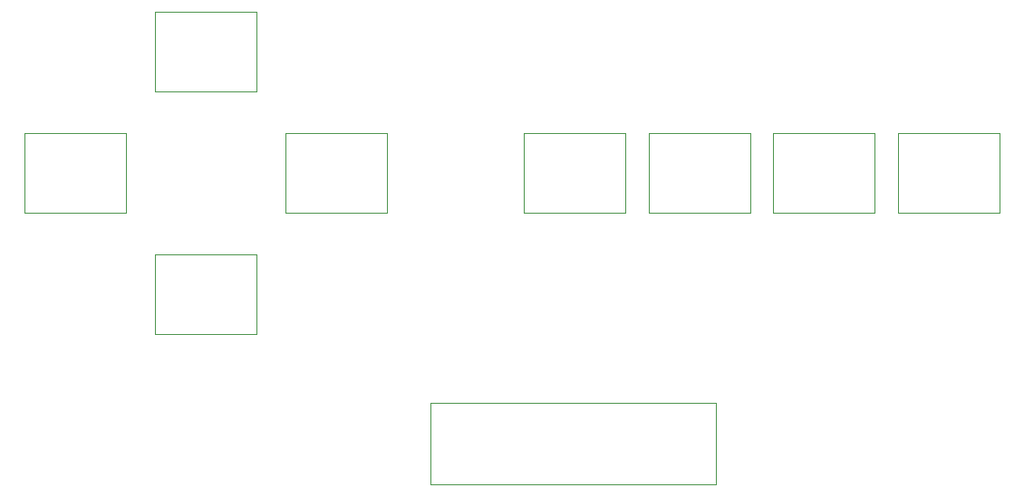
<source format=gbr>
%TF.GenerationSoftware,KiCad,Pcbnew,5.1.4-3.fc30*%
%TF.CreationDate,2019-10-13T17:18:47+02:00*%
%TF.ProjectId,keyboard_lab1,6b657962-6f61-4726-945f-6c6162312e6b,1.0*%
%TF.SameCoordinates,Original*%
%TF.FileFunction,Other,User*%
%FSLAX46Y46*%
G04 Gerber Fmt 4.6, Leading zero omitted, Abs format (unit mm)*
G04 Created by KiCad (PCBNEW 5.1.4-3.fc30) date 2019-10-13 17:18:47*
%MOMM*%
%LPD*%
G04 APERTURE LIST*
%ADD10C,0.120000*%
%ADD11C,0.050000*%
G04 APERTURE END LIST*
D10*
%TO.C,J1*%
X117112000Y-115583000D02*
X143782000Y-115583000D01*
X117112000Y-123203000D02*
X117112000Y-115583000D01*
X143782000Y-123203000D02*
X117112000Y-123203000D01*
X143782000Y-115583000D02*
X143782000Y-123203000D01*
D11*
%TO.C,SW1*%
X135073000Y-97814600D02*
X135323000Y-97814600D01*
X135323000Y-97814600D02*
X135323000Y-97564600D01*
X135073000Y-90314600D02*
X135323000Y-90314600D01*
X135323000Y-90314600D02*
X135323000Y-90564600D01*
X125823000Y-90564600D02*
X125823000Y-90314600D01*
X125823000Y-90314600D02*
X126073000Y-90314600D01*
X125823000Y-97564600D02*
X125823000Y-97814600D01*
X125823000Y-97814600D02*
X126073000Y-97814600D01*
X126073000Y-90314600D02*
X135073000Y-90314600D01*
X125823000Y-97564600D02*
X125823000Y-90564600D01*
X135073000Y-97814600D02*
X126073000Y-97814600D01*
X135323000Y-90564600D02*
X135323000Y-97564600D01*
%TO.C,SW2*%
X146979000Y-90564600D02*
X146979000Y-97564600D01*
X146729000Y-97814600D02*
X137729000Y-97814600D01*
X137479000Y-97564600D02*
X137479000Y-90564600D01*
X137729000Y-90314600D02*
X146729000Y-90314600D01*
X137479000Y-97814600D02*
X137729000Y-97814600D01*
X137479000Y-97564600D02*
X137479000Y-97814600D01*
X137479000Y-90314600D02*
X137729000Y-90314600D01*
X137479000Y-90564600D02*
X137479000Y-90314600D01*
X146979000Y-90314600D02*
X146979000Y-90564600D01*
X146729000Y-90314600D02*
X146979000Y-90314600D01*
X146979000Y-97814600D02*
X146979000Y-97564600D01*
X146729000Y-97814600D02*
X146979000Y-97814600D01*
%TO.C,SW3*%
X158386000Y-97814600D02*
X158636000Y-97814600D01*
X158636000Y-97814600D02*
X158636000Y-97564600D01*
X158386000Y-90314600D02*
X158636000Y-90314600D01*
X158636000Y-90314600D02*
X158636000Y-90564600D01*
X149136000Y-90564600D02*
X149136000Y-90314600D01*
X149136000Y-90314600D02*
X149386000Y-90314600D01*
X149136000Y-97564600D02*
X149136000Y-97814600D01*
X149136000Y-97814600D02*
X149386000Y-97814600D01*
X149386000Y-90314600D02*
X158386000Y-90314600D01*
X149136000Y-97564600D02*
X149136000Y-90564600D01*
X158386000Y-97814600D02*
X149386000Y-97814600D01*
X158636000Y-90564600D02*
X158636000Y-97564600D01*
%TO.C,SW4*%
X170293000Y-90564600D02*
X170293000Y-97564600D01*
X170043000Y-97814600D02*
X161043000Y-97814600D01*
X160793000Y-97564600D02*
X160793000Y-90564600D01*
X161043000Y-90314600D02*
X170043000Y-90314600D01*
X160793000Y-97814600D02*
X161043000Y-97814600D01*
X160793000Y-97564600D02*
X160793000Y-97814600D01*
X160793000Y-90314600D02*
X161043000Y-90314600D01*
X160793000Y-90564600D02*
X160793000Y-90314600D01*
X170293000Y-90314600D02*
X170293000Y-90564600D01*
X170043000Y-90314600D02*
X170293000Y-90314600D01*
X170293000Y-97814600D02*
X170293000Y-97564600D01*
X170043000Y-97814600D02*
X170293000Y-97814600D01*
%TO.C,SW5*%
X88451000Y-97814600D02*
X88701000Y-97814600D01*
X88701000Y-97814600D02*
X88701000Y-97564600D01*
X88451000Y-90314600D02*
X88701000Y-90314600D01*
X88701000Y-90314600D02*
X88701000Y-90564600D01*
X79201000Y-90564600D02*
X79201000Y-90314600D01*
X79201000Y-90314600D02*
X79451000Y-90314600D01*
X79201000Y-97564600D02*
X79201000Y-97814600D01*
X79201000Y-97814600D02*
X79451000Y-97814600D01*
X79451000Y-90314600D02*
X88451000Y-90314600D01*
X79201000Y-97564600D02*
X79201000Y-90564600D01*
X88451000Y-97814600D02*
X79451000Y-97814600D01*
X88701000Y-90564600D02*
X88701000Y-97564600D01*
%TO.C,SW6*%
X113026000Y-90564600D02*
X113026000Y-97564600D01*
X112776000Y-97814600D02*
X103776000Y-97814600D01*
X103526000Y-97564600D02*
X103526000Y-90564600D01*
X103776000Y-90314600D02*
X112776000Y-90314600D01*
X103526000Y-97814600D02*
X103776000Y-97814600D01*
X103526000Y-97564600D02*
X103526000Y-97814600D01*
X103526000Y-90314600D02*
X103776000Y-90314600D01*
X103526000Y-90564600D02*
X103526000Y-90314600D01*
X113026000Y-90314600D02*
X113026000Y-90564600D01*
X112776000Y-90314600D02*
X113026000Y-90314600D01*
X113026000Y-97814600D02*
X113026000Y-97564600D01*
X112776000Y-97814600D02*
X113026000Y-97814600D01*
%TO.C,SW7*%
X100614000Y-86472300D02*
X100864000Y-86472300D01*
X100864000Y-86472300D02*
X100864000Y-86222300D01*
X100614000Y-78972300D02*
X100864000Y-78972300D01*
X100864000Y-78972300D02*
X100864000Y-79222300D01*
X91364000Y-79222300D02*
X91364000Y-78972300D01*
X91364000Y-78972300D02*
X91614000Y-78972300D01*
X91364000Y-86222300D02*
X91364000Y-86472300D01*
X91364000Y-86472300D02*
X91614000Y-86472300D01*
X91614000Y-78972300D02*
X100614000Y-78972300D01*
X91364000Y-86222300D02*
X91364000Y-79222300D01*
X100614000Y-86472300D02*
X91614000Y-86472300D01*
X100864000Y-79222300D02*
X100864000Y-86222300D01*
%TO.C,SW8*%
X100864000Y-101907000D02*
X100864000Y-108907000D01*
X100614000Y-109157000D02*
X91614000Y-109157000D01*
X91364000Y-108907000D02*
X91364000Y-101907000D01*
X91614000Y-101657000D02*
X100614000Y-101657000D01*
X91364000Y-109157000D02*
X91614000Y-109157000D01*
X91364000Y-108907000D02*
X91364000Y-109157000D01*
X91364000Y-101657000D02*
X91614000Y-101657000D01*
X91364000Y-101907000D02*
X91364000Y-101657000D01*
X100864000Y-101657000D02*
X100864000Y-101907000D01*
X100614000Y-101657000D02*
X100864000Y-101657000D01*
X100864000Y-109157000D02*
X100864000Y-108907000D01*
X100614000Y-109157000D02*
X100864000Y-109157000D01*
%TD*%
M02*

</source>
